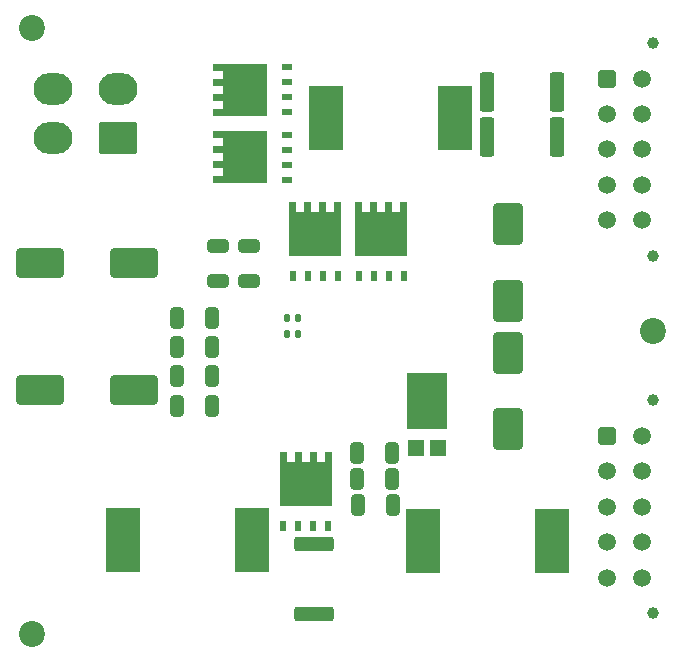
<source format=gbr>
%TF.GenerationSoftware,KiCad,Pcbnew,(5.99.0-12896-g1860893d63)*%
%TF.CreationDate,2021-10-25T08:39:38+08:00*%
%TF.ProjectId,Dual-Power,4475616c-2d50-46f7-9765-722e6b696361,rev?*%
%TF.SameCoordinates,Original*%
%TF.FileFunction,Soldermask,Bot*%
%TF.FilePolarity,Negative*%
%FSLAX46Y46*%
G04 Gerber Fmt 4.6, Leading zero omitted, Abs format (unit mm)*
G04 Created by KiCad (PCBNEW (5.99.0-12896-g1860893d63)) date 2021-10-25 08:39:38*
%MOMM*%
%LPD*%
G01*
G04 APERTURE LIST*
G04 Aperture macros list*
%AMRoundRect*
0 Rectangle with rounded corners*
0 $1 Rounding radius*
0 $2 $3 $4 $5 $6 $7 $8 $9 X,Y pos of 4 corners*
0 Add a 4 corners polygon primitive as box body*
4,1,4,$2,$3,$4,$5,$6,$7,$8,$9,$2,$3,0*
0 Add four circle primitives for the rounded corners*
1,1,$1+$1,$2,$3*
1,1,$1+$1,$4,$5*
1,1,$1+$1,$6,$7*
1,1,$1+$1,$8,$9*
0 Add four rect primitives between the rounded corners*
20,1,$1+$1,$2,$3,$4,$5,0*
20,1,$1+$1,$4,$5,$6,$7,0*
20,1,$1+$1,$6,$7,$8,$9,0*
20,1,$1+$1,$8,$9,$2,$3,0*%
%AMFreePoly0*
4,1,17,2.675000,1.605000,1.875000,1.605000,1.875000,0.935000,2.675000,0.935000,2.675000,0.335000,1.875000,0.335000,1.875000,-0.335000,2.675000,-0.335000,2.675000,-0.935000,1.875000,-0.935000,1.875000,-1.605000,2.675000,-1.605000,2.675000,-2.205000,-1.875000,-2.205000,-1.875000,2.205000,2.675000,2.205000,2.675000,1.605000,2.675000,1.605000,$1*%
G04 Aperture macros list end*
%ADD10C,2.200000*%
%ADD11RoundRect,0.250000X1.750000X1.000000X-1.750000X1.000000X-1.750000X-1.000000X1.750000X-1.000000X0*%
%ADD12RoundRect,0.249999X-0.325001X-0.650001X0.325001X-0.650001X0.325001X0.650001X-0.325001X0.650001X0*%
%ADD13RoundRect,0.250000X-1.000000X1.500000X-1.000000X-1.500000X1.000000X-1.500000X1.000000X1.500000X0*%
%ADD14RoundRect,0.249999X0.325001X0.650001X-0.325001X0.650001X-0.325001X-0.650001X0.325001X-0.650001X0*%
%ADD15RoundRect,0.249999X-0.650001X0.325001X-0.650001X-0.325001X0.650001X-0.325001X0.650001X0.325001X0*%
%ADD16RoundRect,0.147500X-0.147500X-0.172500X0.147500X-0.172500X0.147500X0.172500X-0.147500X0.172500X0*%
%ADD17R,1.390000X1.400000*%
%ADD18R,3.360000X4.860000*%
%ADD19R,2.900000X5.400000*%
%ADD20FreePoly0,90.000000*%
%ADD21R,0.500000X0.850000*%
%ADD22FreePoly0,180.000000*%
%ADD23R,0.850000X0.500000*%
%ADD24RoundRect,0.249999X-1.425001X0.362501X-1.425001X-0.362501X1.425001X-0.362501X1.425001X0.362501X0*%
%ADD25RoundRect,0.249999X0.362501X1.425001X-0.362501X1.425001X-0.362501X-1.425001X0.362501X-1.425001X0*%
%ADD26RoundRect,0.250000X0.362500X1.425000X-0.362500X1.425000X-0.362500X-1.425000X0.362500X-1.425000X0*%
%ADD27C,1.000000*%
%ADD28RoundRect,0.250000X-0.500000X0.500000X-0.500000X-0.500000X0.500000X-0.500000X0.500000X0.500000X0*%
%ADD29C,1.500000*%
%ADD30RoundRect,0.250001X1.399999X-1.099999X1.399999X1.099999X-1.399999X1.099999X-1.399999X-1.099999X0*%
%ADD31O,3.300000X2.700000*%
G04 APERTURE END LIST*
D10*
%TO.C,H1*%
X114800000Y-112900000D03*
%TD*%
%TO.C,H2*%
X114800000Y-61600000D03*
%TD*%
%TO.C,H3*%
X167400000Y-87200000D03*
%TD*%
D11*
%TO.C,C1*%
X123500000Y-92200000D03*
X115500000Y-92200000D03*
%TD*%
D12*
%TO.C,C2*%
X127125000Y-93600000D03*
X130075000Y-93600000D03*
%TD*%
%TO.C,C3*%
X127125000Y-91077778D03*
X130075000Y-91077778D03*
%TD*%
%TO.C,C4*%
X127125000Y-88555556D03*
X130075000Y-88555556D03*
%TD*%
D13*
%TO.C,C16*%
X155100000Y-89050000D03*
X155100000Y-95550000D03*
%TD*%
D14*
%TO.C,C18*%
X145315000Y-97600000D03*
X142365000Y-97600000D03*
%TD*%
%TO.C,C19*%
X145375000Y-102000000D03*
X142425000Y-102000000D03*
%TD*%
%TO.C,C20*%
X145340000Y-99800000D03*
X142390000Y-99800000D03*
%TD*%
D15*
%TO.C,C22*%
X133200000Y-80025000D03*
X133200000Y-82975000D03*
%TD*%
%TO.C,C24*%
X130600000Y-80025000D03*
X130600000Y-82975000D03*
%TD*%
D16*
%TO.C,D1*%
X136415000Y-86100000D03*
X137385000Y-86100000D03*
%TD*%
%TO.C,D2*%
X136415000Y-87500000D03*
X137385000Y-87500000D03*
%TD*%
D17*
%TO.C,D3*%
X149220000Y-97156000D03*
X147380000Y-97156000D03*
D18*
X148300000Y-93174000D03*
%TD*%
D19*
%TO.C,L1*%
X158850000Y-105000000D03*
X147950000Y-105000000D03*
%TD*%
%TO.C,L2*%
X122550000Y-104900000D03*
X133450000Y-104900000D03*
%TD*%
%TO.C,L3*%
X139750000Y-69200000D03*
X150650000Y-69200000D03*
%TD*%
D20*
%TO.C,Q1*%
X138000000Y-100150000D03*
D21*
X139905000Y-103700000D03*
X138635000Y-103700000D03*
X137365000Y-103700000D03*
X136095000Y-103700000D03*
%TD*%
D20*
%TO.C,Q2*%
X138800000Y-78990000D03*
D21*
X140705000Y-82540000D03*
X139435000Y-82540000D03*
X138165000Y-82540000D03*
X136895000Y-82540000D03*
%TD*%
D22*
%TO.C,Q3*%
X132850000Y-72500000D03*
D23*
X136400000Y-70595000D03*
X136400000Y-71865000D03*
X136400000Y-73135000D03*
X136400000Y-74405000D03*
%TD*%
D24*
%TO.C,R12*%
X138700000Y-105237500D03*
X138700000Y-111162500D03*
%TD*%
D25*
%TO.C,R14*%
X159292500Y-70800000D03*
X153367500Y-70800000D03*
%TD*%
D13*
%TO.C,C29*%
X155100000Y-78150000D03*
X155100000Y-84650000D03*
%TD*%
D11*
%TO.C,C32*%
X123500000Y-81500000D03*
X115500000Y-81500000D03*
%TD*%
D22*
%TO.C,Q4*%
X132850000Y-66800000D03*
D23*
X136400000Y-64895000D03*
X136400000Y-66165000D03*
X136400000Y-67435000D03*
X136400000Y-68705000D03*
%TD*%
D20*
%TO.C,Q5*%
X144400000Y-78990000D03*
D21*
X146305000Y-82540000D03*
X145035000Y-82540000D03*
X143765000Y-82540000D03*
X142495000Y-82540000D03*
%TD*%
D26*
%TO.C,R17*%
X159292500Y-67000000D03*
X153367500Y-67000000D03*
%TD*%
D27*
%TO.C,J1*%
X167440000Y-62860000D03*
X167440000Y-80860000D03*
D28*
X163500000Y-65860000D03*
D29*
X163500000Y-68860000D03*
X163500000Y-71860000D03*
X163500000Y-74860000D03*
X163500000Y-77860000D03*
X166500000Y-65860000D03*
X166500000Y-68860000D03*
X166500000Y-71860000D03*
X166500000Y-74860000D03*
X166500000Y-77860000D03*
%TD*%
D27*
%TO.C,J2*%
X167440000Y-93110000D03*
X167440000Y-111110000D03*
D28*
X163500000Y-96110000D03*
D29*
X163500000Y-99110000D03*
X163500000Y-102110000D03*
X163500000Y-105110000D03*
X163500000Y-108110000D03*
X166500000Y-96110000D03*
X166500000Y-99110000D03*
X166500000Y-102110000D03*
X166500000Y-105110000D03*
X166500000Y-108110000D03*
%TD*%
D30*
%TO.C,J3*%
X122100000Y-70900000D03*
D31*
X122100000Y-66700000D03*
X116600000Y-70900000D03*
X116600000Y-66700000D03*
%TD*%
D14*
%TO.C,Cx1*%
X130075000Y-86100000D03*
X127125000Y-86100000D03*
%TD*%
M02*

</source>
